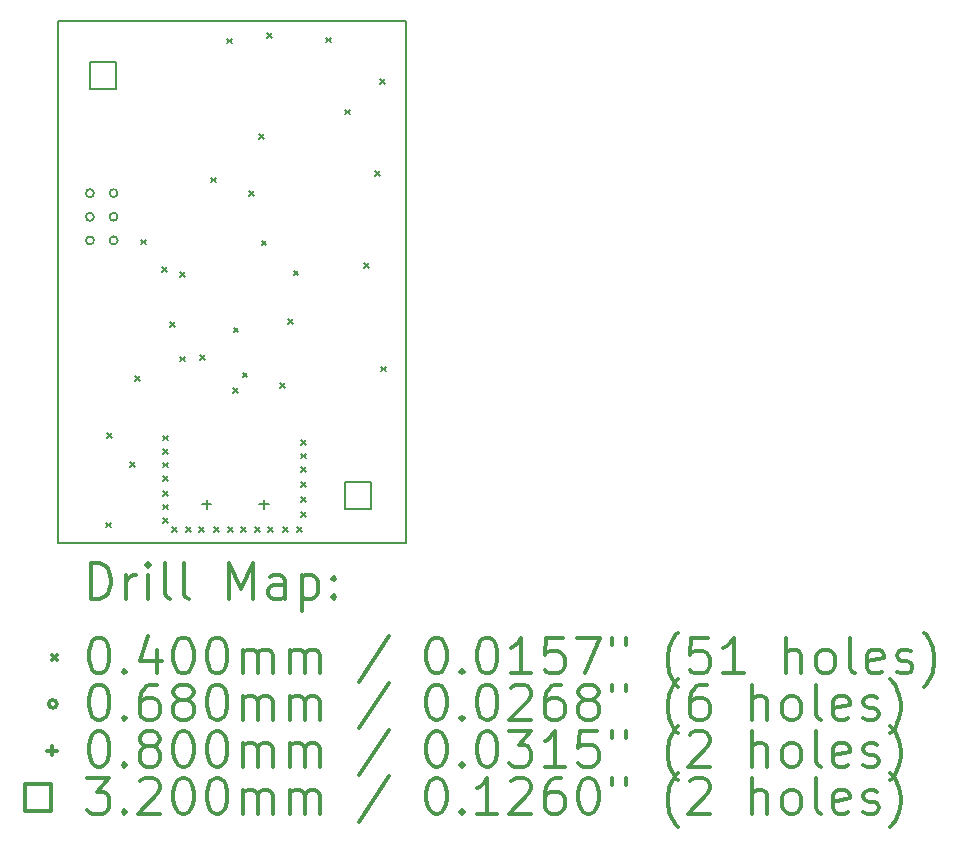
<source format=gbr>
%FSLAX45Y45*%
G04 Gerber Fmt 4.5, Leading zero omitted, Abs format (unit mm)*
G04 Created by KiCad (PCBNEW 5.1.10) date 2022-01-04 22:36:50*
%MOMM*%
%LPD*%
G01*
G04 APERTURE LIST*
%TA.AperFunction,Profile*%
%ADD10C,0.150000*%
%TD*%
%ADD11C,0.200000*%
%ADD12C,0.300000*%
G04 APERTURE END LIST*
D10*
X12395200Y-10769600D02*
X12395200Y-6350000D01*
X15341600Y-10769600D02*
X12395200Y-10769600D01*
X15341600Y-6350000D02*
X15341600Y-10769600D01*
X12395200Y-6350000D02*
X15341600Y-6350000D01*
D11*
X12801920Y-10597200D02*
X12841920Y-10637200D01*
X12841920Y-10597200D02*
X12801920Y-10637200D01*
X12812080Y-9837740D02*
X12852080Y-9877740D01*
X12852080Y-9837740D02*
X12812080Y-9877740D01*
X13005120Y-10086660D02*
X13045120Y-10126660D01*
X13045120Y-10086660D02*
X13005120Y-10126660D01*
X13052801Y-9359850D02*
X13092801Y-9399850D01*
X13092801Y-9359850D02*
X13052801Y-9399850D01*
X13104180Y-8201980D02*
X13144180Y-8241980D01*
X13144180Y-8201980D02*
X13104180Y-8241980D01*
X13279440Y-8433120D02*
X13319440Y-8473120D01*
X13319440Y-8433120D02*
X13279440Y-8473120D01*
X13289600Y-9860600D02*
X13329600Y-9900600D01*
X13329600Y-9860600D02*
X13289600Y-9900600D01*
X13289600Y-9974900D02*
X13329600Y-10014900D01*
X13329600Y-9974900D02*
X13289600Y-10014900D01*
X13289600Y-10089200D02*
X13329600Y-10129200D01*
X13329600Y-10089200D02*
X13289600Y-10129200D01*
X13289600Y-10203500D02*
X13329600Y-10243500D01*
X13329600Y-10203500D02*
X13289600Y-10243500D01*
X13289600Y-10330500D02*
X13329600Y-10370500D01*
X13329600Y-10330500D02*
X13289600Y-10370500D01*
X13289600Y-10444800D02*
X13329600Y-10484800D01*
X13329600Y-10444800D02*
X13289600Y-10484800D01*
X13289600Y-10559100D02*
X13329600Y-10599100D01*
X13329600Y-10559100D02*
X13289600Y-10599100D01*
X13348020Y-8897940D02*
X13388020Y-8937940D01*
X13388020Y-8897940D02*
X13348020Y-8937940D01*
X13365800Y-10635300D02*
X13405800Y-10675300D01*
X13405800Y-10635300D02*
X13365800Y-10675300D01*
X13431840Y-8476300D02*
X13471840Y-8516300D01*
X13471840Y-8476300D02*
X13431840Y-8516300D01*
X13431840Y-9192580D02*
X13471840Y-9232580D01*
X13471840Y-9192580D02*
X13431840Y-9232580D01*
X13480100Y-10635300D02*
X13520100Y-10675300D01*
X13520100Y-10635300D02*
X13480100Y-10675300D01*
X13594400Y-10635300D02*
X13634400Y-10675300D01*
X13634400Y-10635300D02*
X13594400Y-10675300D01*
X13599480Y-9179880D02*
X13639480Y-9219880D01*
X13639480Y-9179880D02*
X13599480Y-9219880D01*
X13690920Y-7676200D02*
X13730920Y-7716200D01*
X13730920Y-7676200D02*
X13690920Y-7716200D01*
X13721400Y-10635300D02*
X13761400Y-10675300D01*
X13761400Y-10635300D02*
X13721400Y-10675300D01*
X13830620Y-6500180D02*
X13870620Y-6540180D01*
X13870620Y-6500180D02*
X13830620Y-6540180D01*
X13835700Y-10635300D02*
X13875700Y-10675300D01*
X13875700Y-10635300D02*
X13835700Y-10675300D01*
X13878880Y-9459280D02*
X13918880Y-9499280D01*
X13918880Y-9459280D02*
X13878880Y-9499280D01*
X13883960Y-8946200D02*
X13923960Y-8986200D01*
X13923960Y-8946200D02*
X13883960Y-8986200D01*
X13950000Y-10635300D02*
X13990000Y-10675300D01*
X13990000Y-10635300D02*
X13950000Y-10675300D01*
X13960160Y-9327200D02*
X14000160Y-9367200D01*
X14000160Y-9327200D02*
X13960160Y-9367200D01*
X14016040Y-7790500D02*
X14056040Y-7830500D01*
X14056040Y-7790500D02*
X14016040Y-7830500D01*
X14064300Y-10635300D02*
X14104300Y-10675300D01*
X14104300Y-10635300D02*
X14064300Y-10675300D01*
X14102400Y-7310440D02*
X14142400Y-7350440D01*
X14142400Y-7310440D02*
X14102400Y-7350440D01*
X14122141Y-8209600D02*
X14162141Y-8249600D01*
X14162141Y-8209600D02*
X14122141Y-8249600D01*
X14165900Y-6454460D02*
X14205900Y-6494460D01*
X14205900Y-6454460D02*
X14165900Y-6494460D01*
X14178600Y-10635300D02*
X14218600Y-10675300D01*
X14218600Y-10635300D02*
X14178600Y-10675300D01*
X14280200Y-9416100D02*
X14320200Y-9456100D01*
X14320200Y-9416100D02*
X14280200Y-9456100D01*
X14305600Y-10635300D02*
X14345600Y-10675300D01*
X14345600Y-10635300D02*
X14305600Y-10675300D01*
X14343700Y-8872540D02*
X14383700Y-8912540D01*
X14383700Y-8872540D02*
X14343700Y-8912540D01*
X14391960Y-8463600D02*
X14431960Y-8503600D01*
X14431960Y-8463600D02*
X14391960Y-8503600D01*
X14419900Y-10635300D02*
X14459900Y-10675300D01*
X14459900Y-10635300D02*
X14419900Y-10675300D01*
X14458000Y-9898700D02*
X14498000Y-9938700D01*
X14498000Y-9898700D02*
X14458000Y-9938700D01*
X14458000Y-10013000D02*
X14498000Y-10053000D01*
X14498000Y-10013000D02*
X14458000Y-10053000D01*
X14458000Y-10127300D02*
X14498000Y-10167300D01*
X14498000Y-10127300D02*
X14458000Y-10167300D01*
X14458000Y-10254300D02*
X14498000Y-10294300D01*
X14498000Y-10254300D02*
X14458000Y-10294300D01*
X14458000Y-10381300D02*
X14498000Y-10421300D01*
X14498000Y-10381300D02*
X14458000Y-10421300D01*
X14458000Y-10508300D02*
X14498000Y-10548300D01*
X14498000Y-10508300D02*
X14458000Y-10548300D01*
X14668820Y-6492560D02*
X14708820Y-6532560D01*
X14708820Y-6492560D02*
X14668820Y-6532560D01*
X14831380Y-7102160D02*
X14871380Y-7142160D01*
X14871380Y-7102160D02*
X14831380Y-7142160D01*
X14991400Y-8402640D02*
X15031400Y-8442640D01*
X15031400Y-8402640D02*
X14991400Y-8442640D01*
X15085380Y-7622860D02*
X15125380Y-7662860D01*
X15125380Y-7622860D02*
X15085380Y-7662860D01*
X15123480Y-6845620D02*
X15163480Y-6885620D01*
X15163480Y-6845620D02*
X15123480Y-6885620D01*
X15131100Y-9276400D02*
X15171100Y-9316400D01*
X15171100Y-9276400D02*
X15131100Y-9316400D01*
X12701640Y-7808620D02*
G75*
G03*
X12701640Y-7808620I-34000J0D01*
G01*
X12701640Y-8008620D02*
G75*
G03*
X12701640Y-8008620I-34000J0D01*
G01*
X12701640Y-8208620D02*
G75*
G03*
X12701640Y-8208620I-34000J0D01*
G01*
X12901640Y-7808620D02*
G75*
G03*
X12901640Y-7808620I-34000J0D01*
G01*
X12901640Y-8008620D02*
G75*
G03*
X12901640Y-8008620I-34000J0D01*
G01*
X12901640Y-8208620D02*
G75*
G03*
X12901640Y-8208620I-34000J0D01*
G01*
X13655040Y-10404480D02*
X13655040Y-10484480D01*
X13615040Y-10444480D02*
X13695040Y-10444480D01*
X14143040Y-10404480D02*
X14143040Y-10484480D01*
X14103040Y-10444480D02*
X14183040Y-10444480D01*
X12891878Y-6927958D02*
X12891878Y-6701682D01*
X12665602Y-6701682D01*
X12665602Y-6927958D01*
X12891878Y-6927958D01*
X15050878Y-10483958D02*
X15050878Y-10257682D01*
X14824602Y-10257682D01*
X14824602Y-10483958D01*
X15050878Y-10483958D01*
D12*
X12674128Y-11242814D02*
X12674128Y-10942814D01*
X12745557Y-10942814D01*
X12788414Y-10957100D01*
X12816986Y-10985672D01*
X12831271Y-11014243D01*
X12845557Y-11071386D01*
X12845557Y-11114243D01*
X12831271Y-11171386D01*
X12816986Y-11199957D01*
X12788414Y-11228529D01*
X12745557Y-11242814D01*
X12674128Y-11242814D01*
X12974128Y-11242814D02*
X12974128Y-11042814D01*
X12974128Y-11099957D02*
X12988414Y-11071386D01*
X13002700Y-11057100D01*
X13031271Y-11042814D01*
X13059843Y-11042814D01*
X13159843Y-11242814D02*
X13159843Y-11042814D01*
X13159843Y-10942814D02*
X13145557Y-10957100D01*
X13159843Y-10971386D01*
X13174128Y-10957100D01*
X13159843Y-10942814D01*
X13159843Y-10971386D01*
X13345557Y-11242814D02*
X13316986Y-11228529D01*
X13302700Y-11199957D01*
X13302700Y-10942814D01*
X13502700Y-11242814D02*
X13474128Y-11228529D01*
X13459843Y-11199957D01*
X13459843Y-10942814D01*
X13845557Y-11242814D02*
X13845557Y-10942814D01*
X13945557Y-11157100D01*
X14045557Y-10942814D01*
X14045557Y-11242814D01*
X14316986Y-11242814D02*
X14316986Y-11085672D01*
X14302700Y-11057100D01*
X14274128Y-11042814D01*
X14216986Y-11042814D01*
X14188414Y-11057100D01*
X14316986Y-11228529D02*
X14288414Y-11242814D01*
X14216986Y-11242814D01*
X14188414Y-11228529D01*
X14174128Y-11199957D01*
X14174128Y-11171386D01*
X14188414Y-11142814D01*
X14216986Y-11128529D01*
X14288414Y-11128529D01*
X14316986Y-11114243D01*
X14459843Y-11042814D02*
X14459843Y-11342814D01*
X14459843Y-11057100D02*
X14488414Y-11042814D01*
X14545557Y-11042814D01*
X14574128Y-11057100D01*
X14588414Y-11071386D01*
X14602700Y-11099957D01*
X14602700Y-11185671D01*
X14588414Y-11214243D01*
X14574128Y-11228529D01*
X14545557Y-11242814D01*
X14488414Y-11242814D01*
X14459843Y-11228529D01*
X14731271Y-11214243D02*
X14745557Y-11228529D01*
X14731271Y-11242814D01*
X14716986Y-11228529D01*
X14731271Y-11214243D01*
X14731271Y-11242814D01*
X14731271Y-11057100D02*
X14745557Y-11071386D01*
X14731271Y-11085672D01*
X14716986Y-11071386D01*
X14731271Y-11057100D01*
X14731271Y-11085672D01*
X12347700Y-11717100D02*
X12387700Y-11757100D01*
X12387700Y-11717100D02*
X12347700Y-11757100D01*
X12731271Y-11572814D02*
X12759843Y-11572814D01*
X12788414Y-11587100D01*
X12802700Y-11601386D01*
X12816986Y-11629957D01*
X12831271Y-11687100D01*
X12831271Y-11758529D01*
X12816986Y-11815671D01*
X12802700Y-11844243D01*
X12788414Y-11858529D01*
X12759843Y-11872814D01*
X12731271Y-11872814D01*
X12702700Y-11858529D01*
X12688414Y-11844243D01*
X12674128Y-11815671D01*
X12659843Y-11758529D01*
X12659843Y-11687100D01*
X12674128Y-11629957D01*
X12688414Y-11601386D01*
X12702700Y-11587100D01*
X12731271Y-11572814D01*
X12959843Y-11844243D02*
X12974128Y-11858529D01*
X12959843Y-11872814D01*
X12945557Y-11858529D01*
X12959843Y-11844243D01*
X12959843Y-11872814D01*
X13231271Y-11672814D02*
X13231271Y-11872814D01*
X13159843Y-11558529D02*
X13088414Y-11772814D01*
X13274128Y-11772814D01*
X13445557Y-11572814D02*
X13474128Y-11572814D01*
X13502700Y-11587100D01*
X13516986Y-11601386D01*
X13531271Y-11629957D01*
X13545557Y-11687100D01*
X13545557Y-11758529D01*
X13531271Y-11815671D01*
X13516986Y-11844243D01*
X13502700Y-11858529D01*
X13474128Y-11872814D01*
X13445557Y-11872814D01*
X13416986Y-11858529D01*
X13402700Y-11844243D01*
X13388414Y-11815671D01*
X13374128Y-11758529D01*
X13374128Y-11687100D01*
X13388414Y-11629957D01*
X13402700Y-11601386D01*
X13416986Y-11587100D01*
X13445557Y-11572814D01*
X13731271Y-11572814D02*
X13759843Y-11572814D01*
X13788414Y-11587100D01*
X13802700Y-11601386D01*
X13816986Y-11629957D01*
X13831271Y-11687100D01*
X13831271Y-11758529D01*
X13816986Y-11815671D01*
X13802700Y-11844243D01*
X13788414Y-11858529D01*
X13759843Y-11872814D01*
X13731271Y-11872814D01*
X13702700Y-11858529D01*
X13688414Y-11844243D01*
X13674128Y-11815671D01*
X13659843Y-11758529D01*
X13659843Y-11687100D01*
X13674128Y-11629957D01*
X13688414Y-11601386D01*
X13702700Y-11587100D01*
X13731271Y-11572814D01*
X13959843Y-11872814D02*
X13959843Y-11672814D01*
X13959843Y-11701386D02*
X13974128Y-11687100D01*
X14002700Y-11672814D01*
X14045557Y-11672814D01*
X14074128Y-11687100D01*
X14088414Y-11715671D01*
X14088414Y-11872814D01*
X14088414Y-11715671D02*
X14102700Y-11687100D01*
X14131271Y-11672814D01*
X14174128Y-11672814D01*
X14202700Y-11687100D01*
X14216986Y-11715671D01*
X14216986Y-11872814D01*
X14359843Y-11872814D02*
X14359843Y-11672814D01*
X14359843Y-11701386D02*
X14374128Y-11687100D01*
X14402700Y-11672814D01*
X14445557Y-11672814D01*
X14474128Y-11687100D01*
X14488414Y-11715671D01*
X14488414Y-11872814D01*
X14488414Y-11715671D02*
X14502700Y-11687100D01*
X14531271Y-11672814D01*
X14574128Y-11672814D01*
X14602700Y-11687100D01*
X14616986Y-11715671D01*
X14616986Y-11872814D01*
X15202700Y-11558529D02*
X14945557Y-11944243D01*
X15588414Y-11572814D02*
X15616986Y-11572814D01*
X15645557Y-11587100D01*
X15659843Y-11601386D01*
X15674128Y-11629957D01*
X15688414Y-11687100D01*
X15688414Y-11758529D01*
X15674128Y-11815671D01*
X15659843Y-11844243D01*
X15645557Y-11858529D01*
X15616986Y-11872814D01*
X15588414Y-11872814D01*
X15559843Y-11858529D01*
X15545557Y-11844243D01*
X15531271Y-11815671D01*
X15516986Y-11758529D01*
X15516986Y-11687100D01*
X15531271Y-11629957D01*
X15545557Y-11601386D01*
X15559843Y-11587100D01*
X15588414Y-11572814D01*
X15816986Y-11844243D02*
X15831271Y-11858529D01*
X15816986Y-11872814D01*
X15802700Y-11858529D01*
X15816986Y-11844243D01*
X15816986Y-11872814D01*
X16016986Y-11572814D02*
X16045557Y-11572814D01*
X16074128Y-11587100D01*
X16088414Y-11601386D01*
X16102700Y-11629957D01*
X16116986Y-11687100D01*
X16116986Y-11758529D01*
X16102700Y-11815671D01*
X16088414Y-11844243D01*
X16074128Y-11858529D01*
X16045557Y-11872814D01*
X16016986Y-11872814D01*
X15988414Y-11858529D01*
X15974128Y-11844243D01*
X15959843Y-11815671D01*
X15945557Y-11758529D01*
X15945557Y-11687100D01*
X15959843Y-11629957D01*
X15974128Y-11601386D01*
X15988414Y-11587100D01*
X16016986Y-11572814D01*
X16402700Y-11872814D02*
X16231271Y-11872814D01*
X16316986Y-11872814D02*
X16316986Y-11572814D01*
X16288414Y-11615671D01*
X16259843Y-11644243D01*
X16231271Y-11658529D01*
X16674128Y-11572814D02*
X16531271Y-11572814D01*
X16516986Y-11715671D01*
X16531271Y-11701386D01*
X16559843Y-11687100D01*
X16631271Y-11687100D01*
X16659843Y-11701386D01*
X16674128Y-11715671D01*
X16688414Y-11744243D01*
X16688414Y-11815671D01*
X16674128Y-11844243D01*
X16659843Y-11858529D01*
X16631271Y-11872814D01*
X16559843Y-11872814D01*
X16531271Y-11858529D01*
X16516986Y-11844243D01*
X16788414Y-11572814D02*
X16988414Y-11572814D01*
X16859843Y-11872814D01*
X17088414Y-11572814D02*
X17088414Y-11629957D01*
X17202700Y-11572814D02*
X17202700Y-11629957D01*
X17645557Y-11987100D02*
X17631271Y-11972814D01*
X17602700Y-11929957D01*
X17588414Y-11901386D01*
X17574128Y-11858529D01*
X17559843Y-11787100D01*
X17559843Y-11729957D01*
X17574128Y-11658529D01*
X17588414Y-11615671D01*
X17602700Y-11587100D01*
X17631271Y-11544243D01*
X17645557Y-11529957D01*
X17902700Y-11572814D02*
X17759843Y-11572814D01*
X17745557Y-11715671D01*
X17759843Y-11701386D01*
X17788414Y-11687100D01*
X17859843Y-11687100D01*
X17888414Y-11701386D01*
X17902700Y-11715671D01*
X17916986Y-11744243D01*
X17916986Y-11815671D01*
X17902700Y-11844243D01*
X17888414Y-11858529D01*
X17859843Y-11872814D01*
X17788414Y-11872814D01*
X17759843Y-11858529D01*
X17745557Y-11844243D01*
X18202700Y-11872814D02*
X18031271Y-11872814D01*
X18116986Y-11872814D02*
X18116986Y-11572814D01*
X18088414Y-11615671D01*
X18059843Y-11644243D01*
X18031271Y-11658529D01*
X18559843Y-11872814D02*
X18559843Y-11572814D01*
X18688414Y-11872814D02*
X18688414Y-11715671D01*
X18674128Y-11687100D01*
X18645557Y-11672814D01*
X18602700Y-11672814D01*
X18574128Y-11687100D01*
X18559843Y-11701386D01*
X18874128Y-11872814D02*
X18845557Y-11858529D01*
X18831271Y-11844243D01*
X18816986Y-11815671D01*
X18816986Y-11729957D01*
X18831271Y-11701386D01*
X18845557Y-11687100D01*
X18874128Y-11672814D01*
X18916986Y-11672814D01*
X18945557Y-11687100D01*
X18959843Y-11701386D01*
X18974128Y-11729957D01*
X18974128Y-11815671D01*
X18959843Y-11844243D01*
X18945557Y-11858529D01*
X18916986Y-11872814D01*
X18874128Y-11872814D01*
X19145557Y-11872814D02*
X19116986Y-11858529D01*
X19102700Y-11829957D01*
X19102700Y-11572814D01*
X19374128Y-11858529D02*
X19345557Y-11872814D01*
X19288414Y-11872814D01*
X19259843Y-11858529D01*
X19245557Y-11829957D01*
X19245557Y-11715671D01*
X19259843Y-11687100D01*
X19288414Y-11672814D01*
X19345557Y-11672814D01*
X19374128Y-11687100D01*
X19388414Y-11715671D01*
X19388414Y-11744243D01*
X19245557Y-11772814D01*
X19502700Y-11858529D02*
X19531271Y-11872814D01*
X19588414Y-11872814D01*
X19616986Y-11858529D01*
X19631271Y-11829957D01*
X19631271Y-11815671D01*
X19616986Y-11787100D01*
X19588414Y-11772814D01*
X19545557Y-11772814D01*
X19516986Y-11758529D01*
X19502700Y-11729957D01*
X19502700Y-11715671D01*
X19516986Y-11687100D01*
X19545557Y-11672814D01*
X19588414Y-11672814D01*
X19616986Y-11687100D01*
X19731271Y-11987100D02*
X19745557Y-11972814D01*
X19774128Y-11929957D01*
X19788414Y-11901386D01*
X19802700Y-11858529D01*
X19816986Y-11787100D01*
X19816986Y-11729957D01*
X19802700Y-11658529D01*
X19788414Y-11615671D01*
X19774128Y-11587100D01*
X19745557Y-11544243D01*
X19731271Y-11529957D01*
X12387700Y-12133100D02*
G75*
G03*
X12387700Y-12133100I-34000J0D01*
G01*
X12731271Y-11968814D02*
X12759843Y-11968814D01*
X12788414Y-11983100D01*
X12802700Y-11997386D01*
X12816986Y-12025957D01*
X12831271Y-12083100D01*
X12831271Y-12154529D01*
X12816986Y-12211671D01*
X12802700Y-12240243D01*
X12788414Y-12254529D01*
X12759843Y-12268814D01*
X12731271Y-12268814D01*
X12702700Y-12254529D01*
X12688414Y-12240243D01*
X12674128Y-12211671D01*
X12659843Y-12154529D01*
X12659843Y-12083100D01*
X12674128Y-12025957D01*
X12688414Y-11997386D01*
X12702700Y-11983100D01*
X12731271Y-11968814D01*
X12959843Y-12240243D02*
X12974128Y-12254529D01*
X12959843Y-12268814D01*
X12945557Y-12254529D01*
X12959843Y-12240243D01*
X12959843Y-12268814D01*
X13231271Y-11968814D02*
X13174128Y-11968814D01*
X13145557Y-11983100D01*
X13131271Y-11997386D01*
X13102700Y-12040243D01*
X13088414Y-12097386D01*
X13088414Y-12211671D01*
X13102700Y-12240243D01*
X13116986Y-12254529D01*
X13145557Y-12268814D01*
X13202700Y-12268814D01*
X13231271Y-12254529D01*
X13245557Y-12240243D01*
X13259843Y-12211671D01*
X13259843Y-12140243D01*
X13245557Y-12111671D01*
X13231271Y-12097386D01*
X13202700Y-12083100D01*
X13145557Y-12083100D01*
X13116986Y-12097386D01*
X13102700Y-12111671D01*
X13088414Y-12140243D01*
X13431271Y-12097386D02*
X13402700Y-12083100D01*
X13388414Y-12068814D01*
X13374128Y-12040243D01*
X13374128Y-12025957D01*
X13388414Y-11997386D01*
X13402700Y-11983100D01*
X13431271Y-11968814D01*
X13488414Y-11968814D01*
X13516986Y-11983100D01*
X13531271Y-11997386D01*
X13545557Y-12025957D01*
X13545557Y-12040243D01*
X13531271Y-12068814D01*
X13516986Y-12083100D01*
X13488414Y-12097386D01*
X13431271Y-12097386D01*
X13402700Y-12111671D01*
X13388414Y-12125957D01*
X13374128Y-12154529D01*
X13374128Y-12211671D01*
X13388414Y-12240243D01*
X13402700Y-12254529D01*
X13431271Y-12268814D01*
X13488414Y-12268814D01*
X13516986Y-12254529D01*
X13531271Y-12240243D01*
X13545557Y-12211671D01*
X13545557Y-12154529D01*
X13531271Y-12125957D01*
X13516986Y-12111671D01*
X13488414Y-12097386D01*
X13731271Y-11968814D02*
X13759843Y-11968814D01*
X13788414Y-11983100D01*
X13802700Y-11997386D01*
X13816986Y-12025957D01*
X13831271Y-12083100D01*
X13831271Y-12154529D01*
X13816986Y-12211671D01*
X13802700Y-12240243D01*
X13788414Y-12254529D01*
X13759843Y-12268814D01*
X13731271Y-12268814D01*
X13702700Y-12254529D01*
X13688414Y-12240243D01*
X13674128Y-12211671D01*
X13659843Y-12154529D01*
X13659843Y-12083100D01*
X13674128Y-12025957D01*
X13688414Y-11997386D01*
X13702700Y-11983100D01*
X13731271Y-11968814D01*
X13959843Y-12268814D02*
X13959843Y-12068814D01*
X13959843Y-12097386D02*
X13974128Y-12083100D01*
X14002700Y-12068814D01*
X14045557Y-12068814D01*
X14074128Y-12083100D01*
X14088414Y-12111671D01*
X14088414Y-12268814D01*
X14088414Y-12111671D02*
X14102700Y-12083100D01*
X14131271Y-12068814D01*
X14174128Y-12068814D01*
X14202700Y-12083100D01*
X14216986Y-12111671D01*
X14216986Y-12268814D01*
X14359843Y-12268814D02*
X14359843Y-12068814D01*
X14359843Y-12097386D02*
X14374128Y-12083100D01*
X14402700Y-12068814D01*
X14445557Y-12068814D01*
X14474128Y-12083100D01*
X14488414Y-12111671D01*
X14488414Y-12268814D01*
X14488414Y-12111671D02*
X14502700Y-12083100D01*
X14531271Y-12068814D01*
X14574128Y-12068814D01*
X14602700Y-12083100D01*
X14616986Y-12111671D01*
X14616986Y-12268814D01*
X15202700Y-11954529D02*
X14945557Y-12340243D01*
X15588414Y-11968814D02*
X15616986Y-11968814D01*
X15645557Y-11983100D01*
X15659843Y-11997386D01*
X15674128Y-12025957D01*
X15688414Y-12083100D01*
X15688414Y-12154529D01*
X15674128Y-12211671D01*
X15659843Y-12240243D01*
X15645557Y-12254529D01*
X15616986Y-12268814D01*
X15588414Y-12268814D01*
X15559843Y-12254529D01*
X15545557Y-12240243D01*
X15531271Y-12211671D01*
X15516986Y-12154529D01*
X15516986Y-12083100D01*
X15531271Y-12025957D01*
X15545557Y-11997386D01*
X15559843Y-11983100D01*
X15588414Y-11968814D01*
X15816986Y-12240243D02*
X15831271Y-12254529D01*
X15816986Y-12268814D01*
X15802700Y-12254529D01*
X15816986Y-12240243D01*
X15816986Y-12268814D01*
X16016986Y-11968814D02*
X16045557Y-11968814D01*
X16074128Y-11983100D01*
X16088414Y-11997386D01*
X16102700Y-12025957D01*
X16116986Y-12083100D01*
X16116986Y-12154529D01*
X16102700Y-12211671D01*
X16088414Y-12240243D01*
X16074128Y-12254529D01*
X16045557Y-12268814D01*
X16016986Y-12268814D01*
X15988414Y-12254529D01*
X15974128Y-12240243D01*
X15959843Y-12211671D01*
X15945557Y-12154529D01*
X15945557Y-12083100D01*
X15959843Y-12025957D01*
X15974128Y-11997386D01*
X15988414Y-11983100D01*
X16016986Y-11968814D01*
X16231271Y-11997386D02*
X16245557Y-11983100D01*
X16274128Y-11968814D01*
X16345557Y-11968814D01*
X16374128Y-11983100D01*
X16388414Y-11997386D01*
X16402700Y-12025957D01*
X16402700Y-12054529D01*
X16388414Y-12097386D01*
X16216986Y-12268814D01*
X16402700Y-12268814D01*
X16659843Y-11968814D02*
X16602700Y-11968814D01*
X16574128Y-11983100D01*
X16559843Y-11997386D01*
X16531271Y-12040243D01*
X16516986Y-12097386D01*
X16516986Y-12211671D01*
X16531271Y-12240243D01*
X16545557Y-12254529D01*
X16574128Y-12268814D01*
X16631271Y-12268814D01*
X16659843Y-12254529D01*
X16674128Y-12240243D01*
X16688414Y-12211671D01*
X16688414Y-12140243D01*
X16674128Y-12111671D01*
X16659843Y-12097386D01*
X16631271Y-12083100D01*
X16574128Y-12083100D01*
X16545557Y-12097386D01*
X16531271Y-12111671D01*
X16516986Y-12140243D01*
X16859843Y-12097386D02*
X16831271Y-12083100D01*
X16816986Y-12068814D01*
X16802700Y-12040243D01*
X16802700Y-12025957D01*
X16816986Y-11997386D01*
X16831271Y-11983100D01*
X16859843Y-11968814D01*
X16916986Y-11968814D01*
X16945557Y-11983100D01*
X16959843Y-11997386D01*
X16974128Y-12025957D01*
X16974128Y-12040243D01*
X16959843Y-12068814D01*
X16945557Y-12083100D01*
X16916986Y-12097386D01*
X16859843Y-12097386D01*
X16831271Y-12111671D01*
X16816986Y-12125957D01*
X16802700Y-12154529D01*
X16802700Y-12211671D01*
X16816986Y-12240243D01*
X16831271Y-12254529D01*
X16859843Y-12268814D01*
X16916986Y-12268814D01*
X16945557Y-12254529D01*
X16959843Y-12240243D01*
X16974128Y-12211671D01*
X16974128Y-12154529D01*
X16959843Y-12125957D01*
X16945557Y-12111671D01*
X16916986Y-12097386D01*
X17088414Y-11968814D02*
X17088414Y-12025957D01*
X17202700Y-11968814D02*
X17202700Y-12025957D01*
X17645557Y-12383100D02*
X17631271Y-12368814D01*
X17602700Y-12325957D01*
X17588414Y-12297386D01*
X17574128Y-12254529D01*
X17559843Y-12183100D01*
X17559843Y-12125957D01*
X17574128Y-12054529D01*
X17588414Y-12011671D01*
X17602700Y-11983100D01*
X17631271Y-11940243D01*
X17645557Y-11925957D01*
X17888414Y-11968814D02*
X17831271Y-11968814D01*
X17802700Y-11983100D01*
X17788414Y-11997386D01*
X17759843Y-12040243D01*
X17745557Y-12097386D01*
X17745557Y-12211671D01*
X17759843Y-12240243D01*
X17774128Y-12254529D01*
X17802700Y-12268814D01*
X17859843Y-12268814D01*
X17888414Y-12254529D01*
X17902700Y-12240243D01*
X17916986Y-12211671D01*
X17916986Y-12140243D01*
X17902700Y-12111671D01*
X17888414Y-12097386D01*
X17859843Y-12083100D01*
X17802700Y-12083100D01*
X17774128Y-12097386D01*
X17759843Y-12111671D01*
X17745557Y-12140243D01*
X18274128Y-12268814D02*
X18274128Y-11968814D01*
X18402700Y-12268814D02*
X18402700Y-12111671D01*
X18388414Y-12083100D01*
X18359843Y-12068814D01*
X18316986Y-12068814D01*
X18288414Y-12083100D01*
X18274128Y-12097386D01*
X18588414Y-12268814D02*
X18559843Y-12254529D01*
X18545557Y-12240243D01*
X18531271Y-12211671D01*
X18531271Y-12125957D01*
X18545557Y-12097386D01*
X18559843Y-12083100D01*
X18588414Y-12068814D01*
X18631271Y-12068814D01*
X18659843Y-12083100D01*
X18674128Y-12097386D01*
X18688414Y-12125957D01*
X18688414Y-12211671D01*
X18674128Y-12240243D01*
X18659843Y-12254529D01*
X18631271Y-12268814D01*
X18588414Y-12268814D01*
X18859843Y-12268814D02*
X18831271Y-12254529D01*
X18816986Y-12225957D01*
X18816986Y-11968814D01*
X19088414Y-12254529D02*
X19059843Y-12268814D01*
X19002700Y-12268814D01*
X18974128Y-12254529D01*
X18959843Y-12225957D01*
X18959843Y-12111671D01*
X18974128Y-12083100D01*
X19002700Y-12068814D01*
X19059843Y-12068814D01*
X19088414Y-12083100D01*
X19102700Y-12111671D01*
X19102700Y-12140243D01*
X18959843Y-12168814D01*
X19216986Y-12254529D02*
X19245557Y-12268814D01*
X19302700Y-12268814D01*
X19331271Y-12254529D01*
X19345557Y-12225957D01*
X19345557Y-12211671D01*
X19331271Y-12183100D01*
X19302700Y-12168814D01*
X19259843Y-12168814D01*
X19231271Y-12154529D01*
X19216986Y-12125957D01*
X19216986Y-12111671D01*
X19231271Y-12083100D01*
X19259843Y-12068814D01*
X19302700Y-12068814D01*
X19331271Y-12083100D01*
X19445557Y-12383100D02*
X19459843Y-12368814D01*
X19488414Y-12325957D01*
X19502700Y-12297386D01*
X19516986Y-12254529D01*
X19531271Y-12183100D01*
X19531271Y-12125957D01*
X19516986Y-12054529D01*
X19502700Y-12011671D01*
X19488414Y-11983100D01*
X19459843Y-11940243D01*
X19445557Y-11925957D01*
X12347700Y-12489100D02*
X12347700Y-12569100D01*
X12307700Y-12529100D02*
X12387700Y-12529100D01*
X12731271Y-12364814D02*
X12759843Y-12364814D01*
X12788414Y-12379100D01*
X12802700Y-12393386D01*
X12816986Y-12421957D01*
X12831271Y-12479100D01*
X12831271Y-12550529D01*
X12816986Y-12607671D01*
X12802700Y-12636243D01*
X12788414Y-12650529D01*
X12759843Y-12664814D01*
X12731271Y-12664814D01*
X12702700Y-12650529D01*
X12688414Y-12636243D01*
X12674128Y-12607671D01*
X12659843Y-12550529D01*
X12659843Y-12479100D01*
X12674128Y-12421957D01*
X12688414Y-12393386D01*
X12702700Y-12379100D01*
X12731271Y-12364814D01*
X12959843Y-12636243D02*
X12974128Y-12650529D01*
X12959843Y-12664814D01*
X12945557Y-12650529D01*
X12959843Y-12636243D01*
X12959843Y-12664814D01*
X13145557Y-12493386D02*
X13116986Y-12479100D01*
X13102700Y-12464814D01*
X13088414Y-12436243D01*
X13088414Y-12421957D01*
X13102700Y-12393386D01*
X13116986Y-12379100D01*
X13145557Y-12364814D01*
X13202700Y-12364814D01*
X13231271Y-12379100D01*
X13245557Y-12393386D01*
X13259843Y-12421957D01*
X13259843Y-12436243D01*
X13245557Y-12464814D01*
X13231271Y-12479100D01*
X13202700Y-12493386D01*
X13145557Y-12493386D01*
X13116986Y-12507671D01*
X13102700Y-12521957D01*
X13088414Y-12550529D01*
X13088414Y-12607671D01*
X13102700Y-12636243D01*
X13116986Y-12650529D01*
X13145557Y-12664814D01*
X13202700Y-12664814D01*
X13231271Y-12650529D01*
X13245557Y-12636243D01*
X13259843Y-12607671D01*
X13259843Y-12550529D01*
X13245557Y-12521957D01*
X13231271Y-12507671D01*
X13202700Y-12493386D01*
X13445557Y-12364814D02*
X13474128Y-12364814D01*
X13502700Y-12379100D01*
X13516986Y-12393386D01*
X13531271Y-12421957D01*
X13545557Y-12479100D01*
X13545557Y-12550529D01*
X13531271Y-12607671D01*
X13516986Y-12636243D01*
X13502700Y-12650529D01*
X13474128Y-12664814D01*
X13445557Y-12664814D01*
X13416986Y-12650529D01*
X13402700Y-12636243D01*
X13388414Y-12607671D01*
X13374128Y-12550529D01*
X13374128Y-12479100D01*
X13388414Y-12421957D01*
X13402700Y-12393386D01*
X13416986Y-12379100D01*
X13445557Y-12364814D01*
X13731271Y-12364814D02*
X13759843Y-12364814D01*
X13788414Y-12379100D01*
X13802700Y-12393386D01*
X13816986Y-12421957D01*
X13831271Y-12479100D01*
X13831271Y-12550529D01*
X13816986Y-12607671D01*
X13802700Y-12636243D01*
X13788414Y-12650529D01*
X13759843Y-12664814D01*
X13731271Y-12664814D01*
X13702700Y-12650529D01*
X13688414Y-12636243D01*
X13674128Y-12607671D01*
X13659843Y-12550529D01*
X13659843Y-12479100D01*
X13674128Y-12421957D01*
X13688414Y-12393386D01*
X13702700Y-12379100D01*
X13731271Y-12364814D01*
X13959843Y-12664814D02*
X13959843Y-12464814D01*
X13959843Y-12493386D02*
X13974128Y-12479100D01*
X14002700Y-12464814D01*
X14045557Y-12464814D01*
X14074128Y-12479100D01*
X14088414Y-12507671D01*
X14088414Y-12664814D01*
X14088414Y-12507671D02*
X14102700Y-12479100D01*
X14131271Y-12464814D01*
X14174128Y-12464814D01*
X14202700Y-12479100D01*
X14216986Y-12507671D01*
X14216986Y-12664814D01*
X14359843Y-12664814D02*
X14359843Y-12464814D01*
X14359843Y-12493386D02*
X14374128Y-12479100D01*
X14402700Y-12464814D01*
X14445557Y-12464814D01*
X14474128Y-12479100D01*
X14488414Y-12507671D01*
X14488414Y-12664814D01*
X14488414Y-12507671D02*
X14502700Y-12479100D01*
X14531271Y-12464814D01*
X14574128Y-12464814D01*
X14602700Y-12479100D01*
X14616986Y-12507671D01*
X14616986Y-12664814D01*
X15202700Y-12350529D02*
X14945557Y-12736243D01*
X15588414Y-12364814D02*
X15616986Y-12364814D01*
X15645557Y-12379100D01*
X15659843Y-12393386D01*
X15674128Y-12421957D01*
X15688414Y-12479100D01*
X15688414Y-12550529D01*
X15674128Y-12607671D01*
X15659843Y-12636243D01*
X15645557Y-12650529D01*
X15616986Y-12664814D01*
X15588414Y-12664814D01*
X15559843Y-12650529D01*
X15545557Y-12636243D01*
X15531271Y-12607671D01*
X15516986Y-12550529D01*
X15516986Y-12479100D01*
X15531271Y-12421957D01*
X15545557Y-12393386D01*
X15559843Y-12379100D01*
X15588414Y-12364814D01*
X15816986Y-12636243D02*
X15831271Y-12650529D01*
X15816986Y-12664814D01*
X15802700Y-12650529D01*
X15816986Y-12636243D01*
X15816986Y-12664814D01*
X16016986Y-12364814D02*
X16045557Y-12364814D01*
X16074128Y-12379100D01*
X16088414Y-12393386D01*
X16102700Y-12421957D01*
X16116986Y-12479100D01*
X16116986Y-12550529D01*
X16102700Y-12607671D01*
X16088414Y-12636243D01*
X16074128Y-12650529D01*
X16045557Y-12664814D01*
X16016986Y-12664814D01*
X15988414Y-12650529D01*
X15974128Y-12636243D01*
X15959843Y-12607671D01*
X15945557Y-12550529D01*
X15945557Y-12479100D01*
X15959843Y-12421957D01*
X15974128Y-12393386D01*
X15988414Y-12379100D01*
X16016986Y-12364814D01*
X16216986Y-12364814D02*
X16402700Y-12364814D01*
X16302700Y-12479100D01*
X16345557Y-12479100D01*
X16374128Y-12493386D01*
X16388414Y-12507671D01*
X16402700Y-12536243D01*
X16402700Y-12607671D01*
X16388414Y-12636243D01*
X16374128Y-12650529D01*
X16345557Y-12664814D01*
X16259843Y-12664814D01*
X16231271Y-12650529D01*
X16216986Y-12636243D01*
X16688414Y-12664814D02*
X16516986Y-12664814D01*
X16602700Y-12664814D02*
X16602700Y-12364814D01*
X16574128Y-12407671D01*
X16545557Y-12436243D01*
X16516986Y-12450529D01*
X16959843Y-12364814D02*
X16816986Y-12364814D01*
X16802700Y-12507671D01*
X16816986Y-12493386D01*
X16845557Y-12479100D01*
X16916986Y-12479100D01*
X16945557Y-12493386D01*
X16959843Y-12507671D01*
X16974128Y-12536243D01*
X16974128Y-12607671D01*
X16959843Y-12636243D01*
X16945557Y-12650529D01*
X16916986Y-12664814D01*
X16845557Y-12664814D01*
X16816986Y-12650529D01*
X16802700Y-12636243D01*
X17088414Y-12364814D02*
X17088414Y-12421957D01*
X17202700Y-12364814D02*
X17202700Y-12421957D01*
X17645557Y-12779100D02*
X17631271Y-12764814D01*
X17602700Y-12721957D01*
X17588414Y-12693386D01*
X17574128Y-12650529D01*
X17559843Y-12579100D01*
X17559843Y-12521957D01*
X17574128Y-12450529D01*
X17588414Y-12407671D01*
X17602700Y-12379100D01*
X17631271Y-12336243D01*
X17645557Y-12321957D01*
X17745557Y-12393386D02*
X17759843Y-12379100D01*
X17788414Y-12364814D01*
X17859843Y-12364814D01*
X17888414Y-12379100D01*
X17902700Y-12393386D01*
X17916986Y-12421957D01*
X17916986Y-12450529D01*
X17902700Y-12493386D01*
X17731271Y-12664814D01*
X17916986Y-12664814D01*
X18274128Y-12664814D02*
X18274128Y-12364814D01*
X18402700Y-12664814D02*
X18402700Y-12507671D01*
X18388414Y-12479100D01*
X18359843Y-12464814D01*
X18316986Y-12464814D01*
X18288414Y-12479100D01*
X18274128Y-12493386D01*
X18588414Y-12664814D02*
X18559843Y-12650529D01*
X18545557Y-12636243D01*
X18531271Y-12607671D01*
X18531271Y-12521957D01*
X18545557Y-12493386D01*
X18559843Y-12479100D01*
X18588414Y-12464814D01*
X18631271Y-12464814D01*
X18659843Y-12479100D01*
X18674128Y-12493386D01*
X18688414Y-12521957D01*
X18688414Y-12607671D01*
X18674128Y-12636243D01*
X18659843Y-12650529D01*
X18631271Y-12664814D01*
X18588414Y-12664814D01*
X18859843Y-12664814D02*
X18831271Y-12650529D01*
X18816986Y-12621957D01*
X18816986Y-12364814D01*
X19088414Y-12650529D02*
X19059843Y-12664814D01*
X19002700Y-12664814D01*
X18974128Y-12650529D01*
X18959843Y-12621957D01*
X18959843Y-12507671D01*
X18974128Y-12479100D01*
X19002700Y-12464814D01*
X19059843Y-12464814D01*
X19088414Y-12479100D01*
X19102700Y-12507671D01*
X19102700Y-12536243D01*
X18959843Y-12564814D01*
X19216986Y-12650529D02*
X19245557Y-12664814D01*
X19302700Y-12664814D01*
X19331271Y-12650529D01*
X19345557Y-12621957D01*
X19345557Y-12607671D01*
X19331271Y-12579100D01*
X19302700Y-12564814D01*
X19259843Y-12564814D01*
X19231271Y-12550529D01*
X19216986Y-12521957D01*
X19216986Y-12507671D01*
X19231271Y-12479100D01*
X19259843Y-12464814D01*
X19302700Y-12464814D01*
X19331271Y-12479100D01*
X19445557Y-12779100D02*
X19459843Y-12764814D01*
X19488414Y-12721957D01*
X19502700Y-12693386D01*
X19516986Y-12650529D01*
X19531271Y-12579100D01*
X19531271Y-12521957D01*
X19516986Y-12450529D01*
X19502700Y-12407671D01*
X19488414Y-12379100D01*
X19459843Y-12336243D01*
X19445557Y-12321957D01*
X12340838Y-13038238D02*
X12340838Y-12811962D01*
X12114562Y-12811962D01*
X12114562Y-13038238D01*
X12340838Y-13038238D01*
X12645557Y-12760814D02*
X12831271Y-12760814D01*
X12731271Y-12875100D01*
X12774128Y-12875100D01*
X12802700Y-12889386D01*
X12816986Y-12903671D01*
X12831271Y-12932243D01*
X12831271Y-13003671D01*
X12816986Y-13032243D01*
X12802700Y-13046529D01*
X12774128Y-13060814D01*
X12688414Y-13060814D01*
X12659843Y-13046529D01*
X12645557Y-13032243D01*
X12959843Y-13032243D02*
X12974128Y-13046529D01*
X12959843Y-13060814D01*
X12945557Y-13046529D01*
X12959843Y-13032243D01*
X12959843Y-13060814D01*
X13088414Y-12789386D02*
X13102700Y-12775100D01*
X13131271Y-12760814D01*
X13202700Y-12760814D01*
X13231271Y-12775100D01*
X13245557Y-12789386D01*
X13259843Y-12817957D01*
X13259843Y-12846529D01*
X13245557Y-12889386D01*
X13074128Y-13060814D01*
X13259843Y-13060814D01*
X13445557Y-12760814D02*
X13474128Y-12760814D01*
X13502700Y-12775100D01*
X13516986Y-12789386D01*
X13531271Y-12817957D01*
X13545557Y-12875100D01*
X13545557Y-12946529D01*
X13531271Y-13003671D01*
X13516986Y-13032243D01*
X13502700Y-13046529D01*
X13474128Y-13060814D01*
X13445557Y-13060814D01*
X13416986Y-13046529D01*
X13402700Y-13032243D01*
X13388414Y-13003671D01*
X13374128Y-12946529D01*
X13374128Y-12875100D01*
X13388414Y-12817957D01*
X13402700Y-12789386D01*
X13416986Y-12775100D01*
X13445557Y-12760814D01*
X13731271Y-12760814D02*
X13759843Y-12760814D01*
X13788414Y-12775100D01*
X13802700Y-12789386D01*
X13816986Y-12817957D01*
X13831271Y-12875100D01*
X13831271Y-12946529D01*
X13816986Y-13003671D01*
X13802700Y-13032243D01*
X13788414Y-13046529D01*
X13759843Y-13060814D01*
X13731271Y-13060814D01*
X13702700Y-13046529D01*
X13688414Y-13032243D01*
X13674128Y-13003671D01*
X13659843Y-12946529D01*
X13659843Y-12875100D01*
X13674128Y-12817957D01*
X13688414Y-12789386D01*
X13702700Y-12775100D01*
X13731271Y-12760814D01*
X13959843Y-13060814D02*
X13959843Y-12860814D01*
X13959843Y-12889386D02*
X13974128Y-12875100D01*
X14002700Y-12860814D01*
X14045557Y-12860814D01*
X14074128Y-12875100D01*
X14088414Y-12903671D01*
X14088414Y-13060814D01*
X14088414Y-12903671D02*
X14102700Y-12875100D01*
X14131271Y-12860814D01*
X14174128Y-12860814D01*
X14202700Y-12875100D01*
X14216986Y-12903671D01*
X14216986Y-13060814D01*
X14359843Y-13060814D02*
X14359843Y-12860814D01*
X14359843Y-12889386D02*
X14374128Y-12875100D01*
X14402700Y-12860814D01*
X14445557Y-12860814D01*
X14474128Y-12875100D01*
X14488414Y-12903671D01*
X14488414Y-13060814D01*
X14488414Y-12903671D02*
X14502700Y-12875100D01*
X14531271Y-12860814D01*
X14574128Y-12860814D01*
X14602700Y-12875100D01*
X14616986Y-12903671D01*
X14616986Y-13060814D01*
X15202700Y-12746529D02*
X14945557Y-13132243D01*
X15588414Y-12760814D02*
X15616986Y-12760814D01*
X15645557Y-12775100D01*
X15659843Y-12789386D01*
X15674128Y-12817957D01*
X15688414Y-12875100D01*
X15688414Y-12946529D01*
X15674128Y-13003671D01*
X15659843Y-13032243D01*
X15645557Y-13046529D01*
X15616986Y-13060814D01*
X15588414Y-13060814D01*
X15559843Y-13046529D01*
X15545557Y-13032243D01*
X15531271Y-13003671D01*
X15516986Y-12946529D01*
X15516986Y-12875100D01*
X15531271Y-12817957D01*
X15545557Y-12789386D01*
X15559843Y-12775100D01*
X15588414Y-12760814D01*
X15816986Y-13032243D02*
X15831271Y-13046529D01*
X15816986Y-13060814D01*
X15802700Y-13046529D01*
X15816986Y-13032243D01*
X15816986Y-13060814D01*
X16116986Y-13060814D02*
X15945557Y-13060814D01*
X16031271Y-13060814D02*
X16031271Y-12760814D01*
X16002700Y-12803671D01*
X15974128Y-12832243D01*
X15945557Y-12846529D01*
X16231271Y-12789386D02*
X16245557Y-12775100D01*
X16274128Y-12760814D01*
X16345557Y-12760814D01*
X16374128Y-12775100D01*
X16388414Y-12789386D01*
X16402700Y-12817957D01*
X16402700Y-12846529D01*
X16388414Y-12889386D01*
X16216986Y-13060814D01*
X16402700Y-13060814D01*
X16659843Y-12760814D02*
X16602700Y-12760814D01*
X16574128Y-12775100D01*
X16559843Y-12789386D01*
X16531271Y-12832243D01*
X16516986Y-12889386D01*
X16516986Y-13003671D01*
X16531271Y-13032243D01*
X16545557Y-13046529D01*
X16574128Y-13060814D01*
X16631271Y-13060814D01*
X16659843Y-13046529D01*
X16674128Y-13032243D01*
X16688414Y-13003671D01*
X16688414Y-12932243D01*
X16674128Y-12903671D01*
X16659843Y-12889386D01*
X16631271Y-12875100D01*
X16574128Y-12875100D01*
X16545557Y-12889386D01*
X16531271Y-12903671D01*
X16516986Y-12932243D01*
X16874128Y-12760814D02*
X16902700Y-12760814D01*
X16931271Y-12775100D01*
X16945557Y-12789386D01*
X16959843Y-12817957D01*
X16974128Y-12875100D01*
X16974128Y-12946529D01*
X16959843Y-13003671D01*
X16945557Y-13032243D01*
X16931271Y-13046529D01*
X16902700Y-13060814D01*
X16874128Y-13060814D01*
X16845557Y-13046529D01*
X16831271Y-13032243D01*
X16816986Y-13003671D01*
X16802700Y-12946529D01*
X16802700Y-12875100D01*
X16816986Y-12817957D01*
X16831271Y-12789386D01*
X16845557Y-12775100D01*
X16874128Y-12760814D01*
X17088414Y-12760814D02*
X17088414Y-12817957D01*
X17202700Y-12760814D02*
X17202700Y-12817957D01*
X17645557Y-13175100D02*
X17631271Y-13160814D01*
X17602700Y-13117957D01*
X17588414Y-13089386D01*
X17574128Y-13046529D01*
X17559843Y-12975100D01*
X17559843Y-12917957D01*
X17574128Y-12846529D01*
X17588414Y-12803671D01*
X17602700Y-12775100D01*
X17631271Y-12732243D01*
X17645557Y-12717957D01*
X17745557Y-12789386D02*
X17759843Y-12775100D01*
X17788414Y-12760814D01*
X17859843Y-12760814D01*
X17888414Y-12775100D01*
X17902700Y-12789386D01*
X17916986Y-12817957D01*
X17916986Y-12846529D01*
X17902700Y-12889386D01*
X17731271Y-13060814D01*
X17916986Y-13060814D01*
X18274128Y-13060814D02*
X18274128Y-12760814D01*
X18402700Y-13060814D02*
X18402700Y-12903671D01*
X18388414Y-12875100D01*
X18359843Y-12860814D01*
X18316986Y-12860814D01*
X18288414Y-12875100D01*
X18274128Y-12889386D01*
X18588414Y-13060814D02*
X18559843Y-13046529D01*
X18545557Y-13032243D01*
X18531271Y-13003671D01*
X18531271Y-12917957D01*
X18545557Y-12889386D01*
X18559843Y-12875100D01*
X18588414Y-12860814D01*
X18631271Y-12860814D01*
X18659843Y-12875100D01*
X18674128Y-12889386D01*
X18688414Y-12917957D01*
X18688414Y-13003671D01*
X18674128Y-13032243D01*
X18659843Y-13046529D01*
X18631271Y-13060814D01*
X18588414Y-13060814D01*
X18859843Y-13060814D02*
X18831271Y-13046529D01*
X18816986Y-13017957D01*
X18816986Y-12760814D01*
X19088414Y-13046529D02*
X19059843Y-13060814D01*
X19002700Y-13060814D01*
X18974128Y-13046529D01*
X18959843Y-13017957D01*
X18959843Y-12903671D01*
X18974128Y-12875100D01*
X19002700Y-12860814D01*
X19059843Y-12860814D01*
X19088414Y-12875100D01*
X19102700Y-12903671D01*
X19102700Y-12932243D01*
X18959843Y-12960814D01*
X19216986Y-13046529D02*
X19245557Y-13060814D01*
X19302700Y-13060814D01*
X19331271Y-13046529D01*
X19345557Y-13017957D01*
X19345557Y-13003671D01*
X19331271Y-12975100D01*
X19302700Y-12960814D01*
X19259843Y-12960814D01*
X19231271Y-12946529D01*
X19216986Y-12917957D01*
X19216986Y-12903671D01*
X19231271Y-12875100D01*
X19259843Y-12860814D01*
X19302700Y-12860814D01*
X19331271Y-12875100D01*
X19445557Y-13175100D02*
X19459843Y-13160814D01*
X19488414Y-13117957D01*
X19502700Y-13089386D01*
X19516986Y-13046529D01*
X19531271Y-12975100D01*
X19531271Y-12917957D01*
X19516986Y-12846529D01*
X19502700Y-12803671D01*
X19488414Y-12775100D01*
X19459843Y-12732243D01*
X19445557Y-12717957D01*
M02*

</source>
